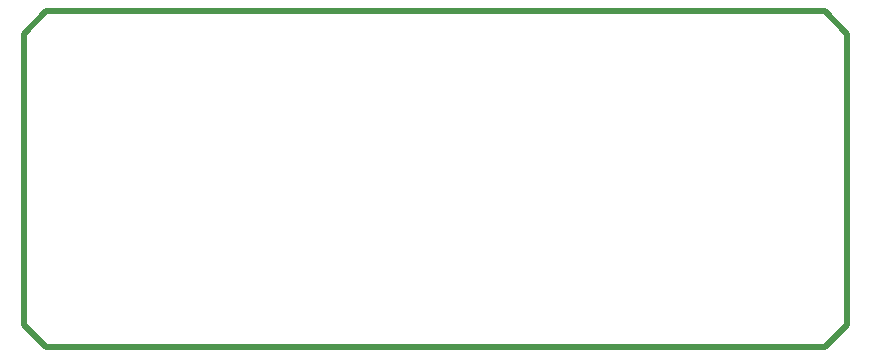
<source format=gko>
G04*
G04 #@! TF.GenerationSoftware,Altium Limited,Altium Designer,21.6.1 (37)*
G04*
G04 Layer_Color=16711935*
%FSTAX24Y24*%
%MOIN*%
G70*
G04*
G04 #@! TF.SameCoordinates,7AD6CBE7-45AD-4871-8827-9D585CE600FE*
G04*
G04*
G04 #@! TF.FilePolarity,Positive*
G04*
G01*
G75*
%ADD49C,0.0200*%
D49*
X0418Y02105D02*
Y03075D01*
X04255Y0315D02*
X0685D01*
X0418Y03075D02*
X04255Y0315D01*
Y0203D02*
X0685Y0203D01*
X0418Y02105D02*
X04255Y0203D01*
X06925Y02105D02*
Y03075D01*
X0685Y0203D02*
X06925Y02105D01*
X0685Y0315D02*
X06925Y03075D01*
M02*

</source>
